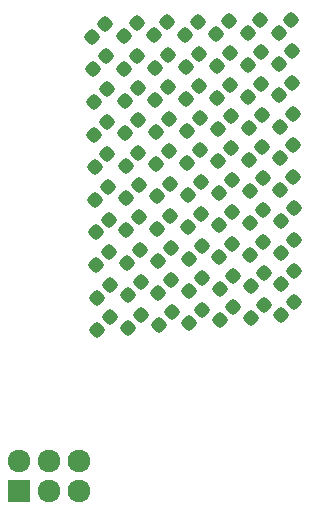
<source format=gts>
%TF.GenerationSoftware,KiCad,Pcbnew,(6.0.7-1)-1*%
%TF.CreationDate,2022-09-29T19:12:14-05:00*%
%TF.ProjectId,vectrex-sao,76656374-7265-4782-9d73-616f2e6b6963,rev?*%
%TF.SameCoordinates,Original*%
%TF.FileFunction,Soldermask,Top*%
%TF.FilePolarity,Negative*%
%FSLAX46Y46*%
G04 Gerber Fmt 4.6, Leading zero omitted, Abs format (unit mm)*
G04 Created by KiCad (PCBNEW (6.0.7-1)-1) date 2022-09-29 19:12:14*
%MOMM*%
%LPD*%
G01*
G04 APERTURE LIST*
G04 Aperture macros list*
%AMRoundRect*
0 Rectangle with rounded corners*
0 $1 Rounding radius*
0 $2 $3 $4 $5 $6 $7 $8 $9 X,Y pos of 4 corners*
0 Add a 4 corners polygon primitive as box body*
4,1,4,$2,$3,$4,$5,$6,$7,$8,$9,$2,$3,0*
0 Add four circle primitives for the rounded corners*
1,1,$1+$1,$2,$3*
1,1,$1+$1,$4,$5*
1,1,$1+$1,$6,$7*
1,1,$1+$1,$8,$9*
0 Add four rect primitives between the rounded corners*
20,1,$1+$1,$2,$3,$4,$5,0*
20,1,$1+$1,$4,$5,$6,$7,0*
20,1,$1+$1,$6,$7,$8,$9,0*
20,1,$1+$1,$8,$9,$2,$3,0*%
G04 Aperture macros list end*
%ADD10RoundRect,0.325000X0.017678X-0.335876X0.335876X-0.017678X-0.017678X0.335876X-0.335876X0.017678X0*%
%ADD11RoundRect,0.325000X-0.017678X0.335876X-0.335876X0.017678X0.017678X-0.335876X0.335876X-0.017678X0*%
%ADD12O,1.927200X1.927200*%
%ADD13RoundRect,0.100000X-0.863600X0.863600X-0.863600X-0.863600X0.863600X-0.863600X0.863600X0.863600X0*%
%ADD14C,1.927200*%
G04 APERTURE END LIST*
D10*
%TO.C,C1-6*%
X129076992Y-83173008D03*
X130173008Y-82076992D03*
%TD*%
%TO.C,C1-7*%
X131701992Y-83123008D03*
X132798008Y-82026992D03*
%TD*%
%TO.C,C2-1*%
X116001992Y-86223008D03*
X117098008Y-85126992D03*
%TD*%
%TO.C,C7-2*%
X118826992Y-99873008D03*
X119923008Y-98776992D03*
%TD*%
%TO.C,C2-6*%
X129101992Y-85873008D03*
X130198008Y-84776992D03*
%TD*%
%TO.C,C8-7*%
X131926992Y-101748008D03*
X133023008Y-100651992D03*
%TD*%
D11*
%TO.C,C7-8*%
X133048008Y-105951992D03*
X131951992Y-107048008D03*
%TD*%
D10*
%TO.C,C6-6*%
X129251992Y-96573008D03*
X130348008Y-95476992D03*
%TD*%
%TO.C,C6-3*%
X121401992Y-96998008D03*
X122498008Y-95901992D03*
%TD*%
D11*
%TO.C,C8-11*%
X125223008Y-103876992D03*
X124126992Y-104973008D03*
%TD*%
D10*
%TO.C,C6-7*%
X131851992Y-96423008D03*
X132948008Y-95326992D03*
%TD*%
%TO.C,C2-3*%
X121226992Y-86098008D03*
X122323008Y-85001992D03*
%TD*%
%TO.C,C7-7*%
X131876992Y-99098008D03*
X132973008Y-98001992D03*
%TD*%
D11*
%TO.C,C8-9*%
X130448008Y-103501992D03*
X129351992Y-104598008D03*
%TD*%
D10*
%TO.C,C8-4*%
X124101992Y-102273008D03*
X125198008Y-101176992D03*
%TD*%
D11*
%TO.C,C7-13*%
X120023008Y-107026992D03*
X118926992Y-108123008D03*
%TD*%
D10*
%TO.C,C8-6*%
X129301992Y-101923008D03*
X130398008Y-100826992D03*
%TD*%
%TO.C,C3-2*%
X118676992Y-88898008D03*
X119773008Y-87801992D03*
%TD*%
%TO.C,C5-5*%
X126601992Y-94023008D03*
X127698008Y-92926992D03*
%TD*%
%TO.C,C7-4*%
X124051992Y-99573008D03*
X125148008Y-98476992D03*
%TD*%
%TO.C,C6-1*%
X116176992Y-97273008D03*
X117273008Y-96176992D03*
%TD*%
D11*
%TO.C,C8-10*%
X127823008Y-103701992D03*
X126726992Y-104798008D03*
%TD*%
D10*
%TO.C,C4-2*%
X118701992Y-91648008D03*
X119798008Y-90551992D03*
%TD*%
%TO.C,C8-2*%
X118876992Y-102623008D03*
X119973008Y-101526992D03*
%TD*%
%TO.C,C1-2*%
X118601992Y-83423008D03*
X119698008Y-82326992D03*
%TD*%
D11*
%TO.C,C7-14*%
X117448008Y-107226992D03*
X116351992Y-108323008D03*
%TD*%
D10*
%TO.C,C5-7*%
X131826992Y-93773008D03*
X132923008Y-92676992D03*
%TD*%
%TO.C,C3-4*%
X123901992Y-88723008D03*
X124998008Y-87626992D03*
%TD*%
%TO.C,C8-3*%
X121501992Y-102448008D03*
X122598008Y-101351992D03*
%TD*%
%TO.C,C3-7*%
X131751992Y-88448008D03*
X132848008Y-87351992D03*
%TD*%
%TO.C,C7-6*%
X129276992Y-99273008D03*
X130373008Y-98176992D03*
%TD*%
%TO.C,C5-1*%
X116126992Y-94528008D03*
X117223008Y-93431992D03*
%TD*%
%TO.C,C1-1*%
X115951992Y-83473008D03*
X117048008Y-82376992D03*
%TD*%
%TO.C,C5-3*%
X121371992Y-94273008D03*
X122468008Y-93176992D03*
%TD*%
%TO.C,C7-5*%
X126676992Y-99423008D03*
X127773008Y-98326992D03*
%TD*%
%TO.C,C5-6*%
X129201992Y-93898008D03*
X130298008Y-92801992D03*
%TD*%
D12*
%TO.C,J2*%
X109710000Y-119425000D03*
D13*
X109710000Y-121965000D03*
D12*
X112250000Y-119425000D03*
X112250000Y-121965000D03*
D14*
X114790000Y-119425000D03*
X114790000Y-121965000D03*
%TD*%
D10*
%TO.C,C4-7*%
X131801992Y-91123008D03*
X132898008Y-90026992D03*
%TD*%
%TO.C,C3-1*%
X116051992Y-88998008D03*
X117148008Y-87901992D03*
%TD*%
%TO.C,C2-7*%
X131726992Y-85798008D03*
X132823008Y-84701992D03*
%TD*%
%TO.C,C3-3*%
X121276992Y-88823008D03*
X122373008Y-87726992D03*
%TD*%
%TO.C,C3-6*%
X129126992Y-88548008D03*
X130223008Y-87451992D03*
%TD*%
%TO.C,C8-5*%
X126701992Y-102098008D03*
X127798008Y-101001992D03*
%TD*%
%TO.C,C4-4*%
X123926992Y-91448008D03*
X125023008Y-90351992D03*
%TD*%
%TO.C,C6-2*%
X118801992Y-97148008D03*
X119898008Y-96051992D03*
%TD*%
D11*
%TO.C,C7-10*%
X127848008Y-106376992D03*
X126751992Y-107473008D03*
%TD*%
D10*
%TO.C,C7-1*%
X116226992Y-100048008D03*
X117323008Y-98951992D03*
%TD*%
D11*
%TO.C,C7-12*%
X122673008Y-106801992D03*
X121576992Y-107898008D03*
%TD*%
D10*
%TO.C,C6-4*%
X124001992Y-96848008D03*
X125098008Y-95751992D03*
%TD*%
%TO.C,C4-6*%
X129176992Y-91223008D03*
X130273008Y-90126992D03*
%TD*%
%TO.C,C4-1*%
X116101992Y-91773008D03*
X117198008Y-90676992D03*
%TD*%
D11*
%TO.C,C8-14*%
X117398008Y-104476992D03*
X116301992Y-105573008D03*
%TD*%
D10*
%TO.C,C5-4*%
X123976992Y-94148008D03*
X125073008Y-93051992D03*
%TD*%
%TO.C,C2-4*%
X123851992Y-85998008D03*
X124948008Y-84901992D03*
%TD*%
%TO.C,C7-3*%
X121451992Y-99723008D03*
X122548008Y-98626992D03*
%TD*%
%TO.C,C1-5*%
X126451992Y-83223008D03*
X127548008Y-82126992D03*
%TD*%
%TO.C,C1-4*%
X123826992Y-83298008D03*
X124923008Y-82201992D03*
%TD*%
%TO.C,C4-3*%
X121326992Y-91548008D03*
X122423008Y-90451992D03*
%TD*%
D11*
%TO.C,C8-8*%
X133048008Y-103301992D03*
X131951992Y-104398008D03*
%TD*%
D10*
%TO.C,C4-5*%
X126551992Y-91323008D03*
X127648008Y-90226992D03*
%TD*%
%TO.C,C2-2*%
X118601992Y-86173008D03*
X119698008Y-85076992D03*
%TD*%
%TO.C,C8-1*%
X116276992Y-102798008D03*
X117373008Y-101701992D03*
%TD*%
D11*
%TO.C,C8-13*%
X120023008Y-104276992D03*
X118926992Y-105373008D03*
%TD*%
%TO.C,C7-9*%
X130448008Y-106151992D03*
X129351992Y-107248008D03*
%TD*%
D10*
%TO.C,C3-5*%
X126526992Y-88623008D03*
X127623008Y-87526992D03*
%TD*%
%TO.C,C6-5*%
X126626992Y-96723008D03*
X127723008Y-95626992D03*
%TD*%
%TO.C,C5-2*%
X118751992Y-94423008D03*
X119848008Y-93326992D03*
%TD*%
%TO.C,C1-3*%
X121201992Y-83348008D03*
X122298008Y-82251992D03*
%TD*%
%TO.C,C2-5*%
X126476992Y-85923008D03*
X127573008Y-84826992D03*
%TD*%
D11*
%TO.C,C8-12*%
X122623008Y-104076992D03*
X121526992Y-105173008D03*
%TD*%
%TO.C,C7-11*%
X125248008Y-106601992D03*
X124151992Y-107698008D03*
%TD*%
M02*

</source>
